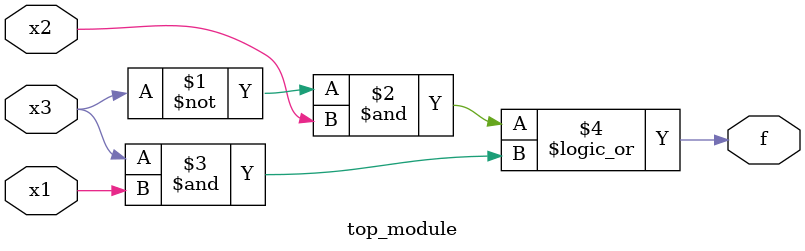
<source format=v>
module top_module( 
    input x3,
    input x2,
    input x1,  // three inputs
    output f   // one output
);
    assign f = ((~x3) & x2) || (x3 & x1);

endmodule

</source>
